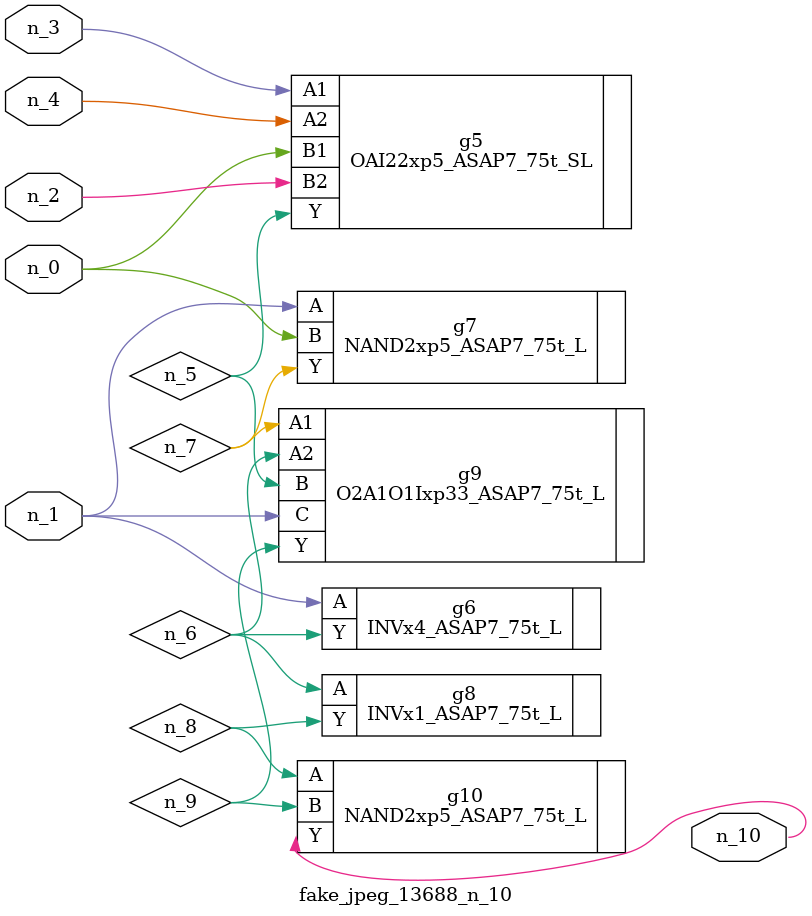
<source format=v>
module fake_jpeg_13688_n_10 (n_3, n_2, n_1, n_0, n_4, n_10);

input n_3;
input n_2;
input n_1;
input n_0;
input n_4;

output n_10;

wire n_8;
wire n_9;
wire n_6;
wire n_5;
wire n_7;

OAI22xp5_ASAP7_75t_SL g5 ( 
.A1(n_3),
.A2(n_4),
.B1(n_0),
.B2(n_2),
.Y(n_5)
);

INVx4_ASAP7_75t_L g6 ( 
.A(n_1),
.Y(n_6)
);

NAND2xp5_ASAP7_75t_L g7 ( 
.A(n_1),
.B(n_0),
.Y(n_7)
);

INVx1_ASAP7_75t_L g8 ( 
.A(n_6),
.Y(n_8)
);

NAND2xp5_ASAP7_75t_L g10 ( 
.A(n_8),
.B(n_9),
.Y(n_10)
);

O2A1O1Ixp33_ASAP7_75t_L g9 ( 
.A1(n_7),
.A2(n_6),
.B(n_5),
.C(n_1),
.Y(n_9)
);


endmodule
</source>
